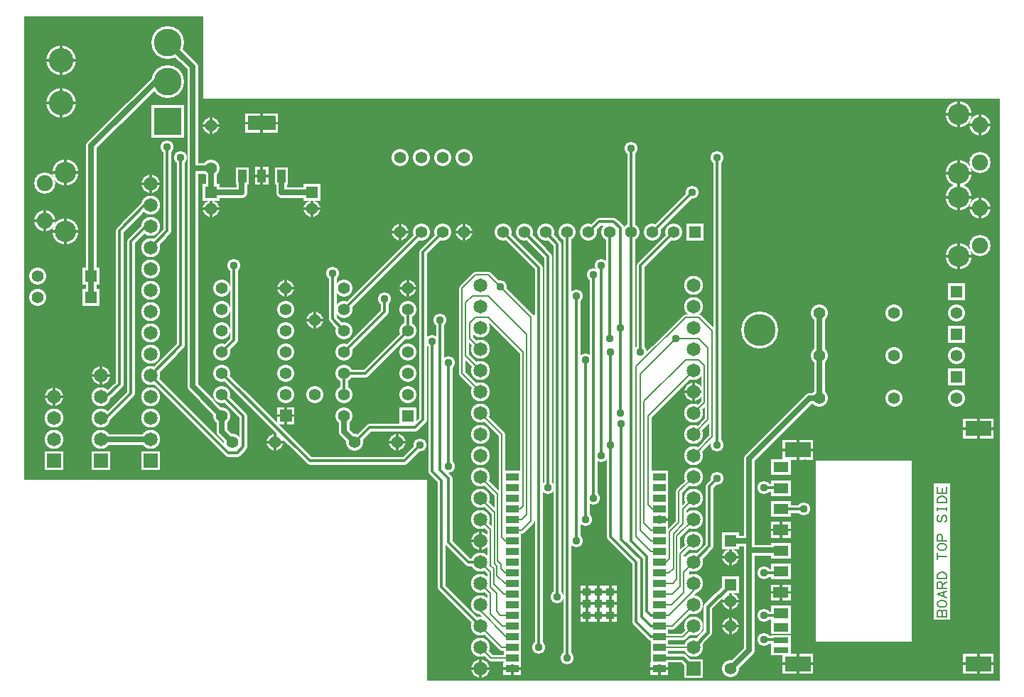
<source format=gtl>
G04*
G04 Format:               Gerber RS-274X*
G04 Export Settings:      OSH Park*
G04 Layer:                TopCopper*
G04 This File Name:       576NUC_FujiNet_V1.6.gtl*
G04 Source File Name:     576NUC_FujiNet_V1.6.rrb*
G04 Unique ID:            d1145678-c053-40f8-9390-8959fa1d921f*
G04 Generated Date:       Saturday, 09 October 2021 17:44:57*
G04*
G04 Created Using:        Robot Room Copper Connection v3.0.5875*
G04 Software Contact:     http://www.robotroom.com/CopperConnection/Support.aspx*
G04 License Number:       2194*
G04*
G04 Zero Suppression:     Leading*
G04 Number Precision:     2.4*
G04*
%FSLAX24Y24*%
%MOIN*%
%LNTopCopper*%
%ADD10C,.007*%
%ADD11C,.012*%
%ADD12C,.015*%
%ADD13C,.02*%
%ADD14C,.025*%
%ADD15C,.031*%
%ADD16C,.036*%
%ADD17C,.037*%
%ADD18C,.039*%
%ADD19C,.044*%
%ADD20C,.049*%
%ADD21C,.056*%
%ADD22C,.061*%
%ADD23C,.063*%
%ADD24C,.065*%
%ADD25C,.075*%
%ADD26C,.08*%
%ADD27C,.084*%
%ADD28C,.089*%
%ADD29C,.099*%
%ADD30C,.1*%
%ADD31C,.115*%
%ADD32C,.13*%
%ADD33C,.15*%
%ADD34C,.154*%
%ADD35C,.174*%
%ADD36R,.006X.006*%
%ADD37R,.012X.012*%
%ADD38R,.056X.056*%
%ADD39R,.065X.065*%
%ADD40R,.08X.08*%
%ADD41R,.089X.089*%
%ADD42R,.13X.13*%
%ADD43R,.154X.154*%
%ADD44R,.035X.035*%
%ADD45R,.04X.06*%
%ADD46R,.059X.035*%
%ADD47R,.064X.084*%
%ADD48R,.07X.027*%
%ADD49R,.07X.04*%
%ADD50R,.07X.05*%
%ADD51R,.083X.059*%
%ADD52R,.094X.051*%
%ADD53R,.094X.064*%
%ADD54R,.094X.074*%
%ADD55R,.12X.07*%
%ADD56R,.13X.065*%
%AMTHERMAL*7,0,0,$1,$1-$2-$2,$2,0*%
%ADD57THERMAL,.08X.012*%
%ADD58THERMAL,.089X.012*%
%ADD59THERMAL,.099X.012*%
%ADD60THERMAL,.124X.012*%
%ADD61THERMAL,.139X.012*%
G36*
G01X120Y31290D02*
X8500D01*
Y27410D01*
X45880D01*
Y100D01*
X19000D01*
Y9530D01*
X120D01*
Y31290D01*
G37*
%LPC*%
G36*
X29000Y15530D02*
Y15030D01*
X28810Y14850D01*
X28560D01*
Y15530D01*
X29000D01*
G37*
G36*
X37250Y10410D02*
X41750D01*
Y1910D01*
X37250D01*
Y10410D01*
G37*
G36*
X19250Y16060D02*
X19600D01*
Y9960D01*
X19400Y9760D01*
X19200Y9910D01*
X19250Y16060D01*
G37*
G36*
X20000Y15060D02*
X19600D01*
X19650Y9960D01*
X20000Y10160D01*
Y15060D01*
G37*
G36*
X22300Y6810D02*
X22700D01*
Y1710D01*
X22500D01*
X21850Y2360D01*
Y3010D01*
X21650Y3210D01*
X21950Y3710D01*
Y6810D01*
X22300D01*
G37*
G36*
X30120Y5910D02*
X31310D01*
Y3470D01*
X30500Y2660D01*
X30120D01*
Y5910D01*
G37*
G36*
X23250Y8160D02*
X23900D01*
Y7560D01*
X23450Y7160D01*
X23250D01*
Y8160D01*
G37*
G36*
X21250Y19110D02*
X20600Y18560D01*
X20650Y16910D01*
X22200Y16860D01*
X23500Y15560D01*
X23900D01*
Y17160D01*
X22450Y18610D01*
X21900Y19110D01*
X21250D01*
G37*
G36*
X23880Y17160D02*
X24250Y17410D01*
Y7600D01*
X23880D01*
Y17160D01*
G37*
G36*
X25560Y18160D02*
X26000D01*
Y15160D01*
X26400D01*
X26440Y7660D01*
X26000D01*
Y6660D01*
X25560D01*
Y18160D01*
G37*
G36*
X27190Y19600D02*
X27560D01*
Y21160D01*
X28560D01*
Y6660D01*
X27620Y6850D01*
Y10660D01*
X26810D01*
Y8660D01*
X26440D01*
Y10660D01*
Y15160D01*
X26810D01*
Y19160D01*
X27190Y19600D01*
G37*
G36*
X29000Y8360D02*
X29600D01*
Y5860D01*
X29300D01*
X28550Y6660D01*
Y8360D01*
X29000D01*
G37*
G36*
X29310Y3350D02*
X29620D01*
Y2160D01*
X29500D01*
X29310Y2350D01*
Y3350D01*
G37*
G36*
X32350Y16560D02*
X31750Y17160D01*
X31120D01*
X28810Y14850D01*
Y12530D01*
X29380D01*
X31500Y14660D01*
X32350Y14710D01*
Y16560D01*
G37*
D57*
X12380Y18530D03*
X18120D03*
X33250Y2660D03*
X8880Y22240D03*
X13620D03*
X17620Y11290D03*
X11880D03*
X8880Y26160D03*
X17750Y21160D03*
X20750D03*
X33250Y5870D03*
X13750Y17030D03*
X33250Y3810D03*
D58*
X6030Y23430D03*
X31500Y13660D03*
X21500Y660D03*
Y6660D03*
X3700Y14410D03*
X1500Y13410D03*
D59*
X1070Y21700D03*
X44930Y26170D03*
Y22270D03*
D60*
X2050Y23960D03*
Y21200D03*
X43950Y23910D03*
Y26670D03*
Y20010D03*
Y22770D03*
D61*
X1850Y29210D03*
Y27210D03*
D15*
X31500Y1660D02*
X29900D01*
X31500Y2660D02*
X31000Y2160D01*
X31500Y3660D02*
X30500Y2660D01*
X31000Y2160D02*
X29900D01*
X31500Y4660D02*
Y4310D01*
X30500Y2660D02*
X29900D01*
X30350Y3160D02*
X31500Y4310D01*
X30350Y3160D02*
X29900D01*
X31500Y5660D02*
X31040Y5200D01*
X31500Y6660D02*
X30880Y6040D01*
X31040Y5200D02*
Y4220D01*
X29900Y4160D02*
X30500D01*
X31040Y4220D02*
X30470Y3660D01*
X30880Y6040D02*
Y4530D01*
X30470Y3660D02*
X29900D01*
X31500Y7660D02*
X30720Y6880D01*
X30880Y4530D02*
X30500Y4160D01*
X30720Y6880D02*
Y4840D01*
X31500Y8660D02*
X31000Y8160D01*
X30720Y4840D02*
X30540Y4660D01*
X29900D01*
X31500Y9660D02*
X30810Y8970D01*
X31000Y8160D02*
Y7440D01*
X30560Y5350D02*
X30350Y5160D01*
X30810Y8970D02*
Y7530D01*
X30350Y5160D02*
X29900D01*
X31500Y12660D02*
X32000Y13160D01*
X30380Y5810D02*
X30220Y5660D01*
X29900D01*
X31500Y11660D02*
X32190Y12350D01*
X32000Y13160D02*
Y14900D01*
X31740Y15160D01*
X31130D01*
X31500Y10660D02*
X32380Y11540D01*
X32190Y12350D02*
Y15720D01*
X31750Y16160D01*
X30690D01*
X32380Y11540D02*
Y16530D01*
X31500Y14660D02*
X29380Y12530D01*
X32380Y16530D02*
X31750Y17160D01*
X31130D01*
Y15160D02*
X29190Y13220D01*
X29380Y12530D02*
Y8350D01*
X29570Y8160D01*
X29190Y13220D02*
Y7470D01*
X29570Y8160D02*
X29900D01*
X30690Y16160D02*
X29000Y14470D01*
X29190Y7470D02*
X29500Y7160D01*
X29900D01*
X29000Y14470D02*
Y7160D01*
X31130Y17160D02*
X28820Y14840D01*
X29000Y7160D02*
X29500Y6660D01*
X29900D01*
X28820Y14840D02*
Y6840D01*
X21500Y1660D02*
X22000Y1160D01*
X28820Y6840D02*
X29500Y6160D01*
X29900D01*
X21500Y2660D02*
X22500Y1660D01*
X22000Y1160D02*
X23000D01*
X21500Y3660D02*
Y3380D01*
X22500Y1660D02*
X23000D01*
X21500Y3380D02*
X22720Y2160D01*
X21500Y4660D02*
X21970Y4190D01*
X22720Y2160D02*
X23000D01*
X21500Y5660D02*
X21970Y5190D01*
Y4190D02*
Y3230D01*
X22540Y2660D01*
X23000D01*
X21970Y5190D02*
Y4470D01*
X22260Y3340D02*
X22440Y3160D01*
X21500Y7660D02*
X21970Y7190D01*
X22440Y3160D02*
X23000D01*
X21500Y8660D02*
X22160Y8000D01*
X21970Y7190D02*
Y5500D01*
X22260Y3340D02*
Y4180D01*
X21970Y5500D02*
X22130Y5340D01*
X22160Y8000D02*
Y5570D01*
X22130Y5340D02*
Y4630D01*
X22600Y4160D01*
X23000D01*
X22160Y5570D02*
X22290Y5440D01*
X22260Y4180D02*
X21970Y4470D01*
X22290Y5440D02*
Y5030D01*
X22660Y4660D01*
X23000D01*
Y5160D02*
X22660D01*
X23000Y6660D02*
X22660D01*
Y5160D02*
X22470Y5350D01*
Y5560D01*
X21500Y15660D02*
X21000Y16160D01*
X22470Y5560D02*
X22320Y5710D01*
X22660Y6660D02*
X22500Y6820D01*
X22320Y5710D02*
Y8840D01*
X21500Y9660D01*
X22500Y6820D02*
Y11660D01*
X21000Y16160D02*
Y16900D01*
X22500Y11660D02*
X21500Y12660D01*
Y14660D02*
X20820Y15340D01*
X21000Y16900D02*
X21260Y17160D01*
X21880D01*
X20820Y15340D02*
Y17840D01*
X21500Y13660D02*
X20630Y14530D01*
X20820Y17840D02*
X21130Y18160D01*
X21880D01*
X20630Y14530D02*
Y18530D01*
X23000Y8160D02*
X23380D01*
X20630Y18530D02*
X21260Y19160D01*
X21880D01*
X23000Y7660D02*
X23440D01*
X23380Y8160D02*
X23500Y8280D01*
Y15530D01*
X23000Y7160D02*
X23440D01*
X23500Y15530D02*
X21880Y17160D01*
X23440Y7660D02*
X23690Y7900D01*
Y16340D01*
X21880Y18160D01*
X23440Y7160D02*
X23880Y7590D01*
Y17160D01*
X22440Y18600D01*
X21880Y19160D01*
X30560Y5350D02*
Y7000D01*
X31000Y7440D01*
X30380Y5810D02*
Y7100D01*
X30810Y7530D01*
G36*
X42786Y9347D02*
X43535D01*
Y2946D01*
X42786D01*
Y9347D01*
G37*
D16*
X3700Y13410D02*
X3940D01*
X3700Y12410D02*
X3940D01*
X6030Y22430D02*
X5750Y22410D01*
X6030Y21430D02*
X5750Y21350D01*
X28060Y12660D02*
Y16660D01*
X5120Y20720D02*
X5750Y21350D01*
X4560Y21220D02*
X5750Y22410D01*
X5120Y20720D02*
Y13600D01*
X28060Y21350D02*
Y16660D01*
X22560Y21160D02*
X24250Y19470D01*
Y1660D01*
X27620Y11160D02*
Y15530D01*
X4560Y14030D02*
X3940Y13410D01*
X5120Y13600D02*
X3940Y12410D01*
X18120Y17530D02*
Y16530D01*
X16120Y14530D01*
X15120D01*
Y13530D01*
X28560Y6660D02*
Y21160D01*
X6030Y14430D02*
X7440Y15850D01*
Y24660D01*
X6030Y20430D02*
X6810Y21210D01*
X14560Y19220D02*
Y17100D01*
X6810Y21210D02*
Y25160D01*
X15620Y11290D02*
X16300Y11970D01*
X18430D01*
X18810Y12350D01*
X18750Y21160D02*
X15120Y17530D01*
X18810Y12350D02*
Y20220D01*
X35600Y3250D02*
X35310Y3160D01*
X34810D02*
X35310D01*
X35600Y5210D02*
X35310Y5160D01*
X34810D01*
X35600Y9130D02*
X35310Y9160D01*
X34810D01*
X35600Y8150D02*
X35880Y8160D01*
X36690D01*
X29560Y21160D02*
X31440Y23030D01*
X27560Y16160D02*
Y21160D01*
X24690Y9160D02*
Y20030D01*
X4560Y21220D02*
Y14030D01*
X23560Y21160D02*
X24690Y20030D01*
X24560Y21160D02*
X25120Y20600D01*
Y4030D01*
X29900Y3160D02*
X29500D01*
X25560Y21160D02*
Y1160D01*
X28560Y25100D02*
Y21160D01*
Y6660D02*
X29310Y5910D01*
X19750Y21160D02*
X18810Y20220D01*
X29310Y5910D02*
Y3350D01*
X21500Y2660D02*
X19690Y4470D01*
X29310Y3350D02*
X29500Y3160D01*
X19690Y4470D02*
Y9470D01*
X9380Y15530D02*
X9940Y16100D01*
X19620Y17030D02*
Y9970D01*
X20000Y9590D02*
Y6600D01*
X9940Y16100D02*
Y19600D01*
X27190D02*
Y10660D01*
X20000Y10160D02*
Y15030D01*
X26820Y19160D02*
Y8660D01*
X15120Y15530D02*
X17000Y17410D01*
X26440Y15160D02*
Y7660D01*
X26000Y18160D02*
Y6660D01*
X32620Y24660D02*
Y11160D01*
X32250Y6410D02*
X31500Y5660D01*
X32250Y6410D02*
Y9230D01*
X28120Y12160D02*
Y6720D01*
X29060Y5790D01*
X27620Y6850D02*
X28810Y5660D01*
X29060Y5790D02*
Y3100D01*
X9380Y14530D02*
X13500Y10410D01*
X29060Y3100D02*
X29500Y2660D01*
X10100Y10790D02*
X9670D01*
X29500Y2660D02*
X29900D01*
X26560Y21160D02*
X27060Y21660D01*
X13500Y10410D02*
X17940D01*
X18690Y11160D01*
X28810Y5660D02*
Y2850D01*
X27620Y11160D02*
Y6850D01*
X28810Y2850D02*
X29500Y2160D01*
X29900D01*
X27060Y21660D02*
X27750D01*
X28060Y21350D01*
X15120Y16530D02*
X14560Y17100D01*
X17000Y18030D02*
Y17410D01*
X32620Y9600D02*
X32250Y9230D01*
X20000Y9590D02*
X19620Y9970D01*
X21500Y5660D02*
X20940D01*
X19250Y16030D02*
Y9910D01*
X19690Y9470D01*
X20000Y6600D02*
X20940Y5660D01*
X34810Y2030D02*
X35310D01*
X9380Y13530D02*
X10380Y12530D01*
X6030Y14430D02*
X9670Y10790D01*
X10380Y12530D02*
Y11070D01*
X10100Y10790D02*
X10380Y11070D01*
X29000Y15530D02*
Y19600D01*
X30560Y21160D01*
X35310Y2030D02*
X35600Y2000D01*
D18*
X31500Y660D02*
X31000Y1160D01*
X29900D01*
X35600Y6190D02*
X35380Y6220D01*
X31500Y1660D02*
X32190Y2350D01*
Y3540D01*
X33250Y4600D01*
D19*
X6850Y28210D02*
X6300Y28260D01*
D20*
X12190Y23030D02*
Y23530D01*
X10340Y23790D02*
X10310Y23530D01*
X6030Y11430D02*
X5750Y11410D01*
X34120Y6220D02*
Y6660D01*
Y10530D02*
Y6660D01*
X8880Y24160D02*
Y23030D01*
X10310D01*
X6850Y30060D02*
X8000Y28910D01*
X10310Y23030D02*
Y23530D01*
X9880Y11290D02*
X9380Y11790D01*
X3700Y11410D02*
X5750D01*
X8000Y28910D02*
Y24160D01*
X3250Y18100D02*
Y19100D01*
Y25220D01*
X6300Y28260D01*
X8000Y24160D02*
X8880D01*
X8000D02*
Y13910D01*
X9380Y11790D02*
Y12530D01*
X8000Y13910D02*
X9380Y12530D01*
X12160Y23790D02*
X12190Y23530D01*
Y23030D02*
X13620D01*
X33250Y660D02*
X34120Y1530D01*
Y6220D02*
X35380D01*
X34120Y1530D02*
Y6220D01*
X37400Y17360D02*
Y15360D01*
X34120Y10530D02*
X36950Y13360D01*
X37400Y15360D02*
Y13360D01*
X15620Y11290D02*
X15120Y11790D01*
Y12530D01*
X37400Y13360D02*
X36950D01*
X33250Y6660D02*
X34120D01*
D22*
X28060Y16660D03*
X24690Y9160D03*
X28060Y12660D03*
X34810Y2030D03*
X30690Y16160D03*
X24250Y1660D03*
X27620Y15530D03*
X7440Y24660D03*
X14560Y19220D03*
X6810Y25160D03*
X34810Y3160D03*
Y5160D03*
Y9160D03*
X36690Y8160D03*
X22440Y18600D03*
X31440Y23030D03*
X27560Y16160D03*
X25120Y4030D03*
X25560Y1160D03*
X28560Y25100D03*
X19250Y16030D03*
X19620Y17030D03*
X9940Y19600D03*
X27190D03*
Y10660D03*
X32620Y11160D03*
X20000Y10160D03*
X17000Y18030D03*
X20000Y15030D03*
X26820Y19160D03*
Y8660D03*
X26440Y15160D03*
X32620Y24660D03*
X26440Y7660D03*
X26000Y18160D03*
Y6660D03*
X28120Y12160D03*
X18690Y11160D03*
X27620D03*
X32620Y9600D03*
X29000Y15530D03*
D26*
X15620Y11290D03*
X43850Y13360D03*
Y15360D03*
X12380Y13530D03*
X43850Y17360D03*
X12380Y14530D03*
Y15530D03*
Y16530D03*
Y17530D03*
X9380Y18530D03*
Y17530D03*
Y16530D03*
Y15530D03*
Y14530D03*
Y13530D03*
Y12530D03*
X18120Y13530D03*
Y14530D03*
Y15530D03*
Y16530D03*
Y17530D03*
X15120Y18530D03*
Y17530D03*
Y16530D03*
Y15530D03*
Y14530D03*
Y13530D03*
Y12530D03*
X750Y18100D03*
X33250Y660D03*
X750Y19100D03*
X9880Y11290D03*
X8880Y24160D03*
X18750Y24660D03*
X17750D03*
X18750Y21160D03*
X19750D03*
Y24660D03*
X20750D03*
X40900Y17360D03*
X37400D03*
X40900Y15360D03*
X37400D03*
X40900Y13360D03*
X37400D03*
X30560Y21160D03*
X13750Y13530D03*
X29560Y21160D03*
X28560D03*
X27560D03*
X26560D03*
X25560D03*
X24560D03*
X23560D03*
X22560D03*
D28*
X31500Y6660D03*
Y5660D03*
Y4660D03*
Y3660D03*
Y2660D03*
X3700Y11410D03*
X6030Y16430D03*
Y15430D03*
Y14430D03*
Y13430D03*
Y12430D03*
Y11430D03*
Y17430D03*
Y18430D03*
Y19430D03*
Y20430D03*
Y21430D03*
Y22430D03*
X31500Y1660D03*
Y7660D03*
Y8660D03*
Y9660D03*
Y10660D03*
Y11660D03*
Y12660D03*
Y14660D03*
Y15660D03*
Y16660D03*
Y17660D03*
Y18660D03*
X21500Y1660D03*
Y2660D03*
Y3660D03*
Y4660D03*
Y5660D03*
Y7660D03*
Y8660D03*
Y9660D03*
Y10660D03*
Y11660D03*
Y12660D03*
Y13660D03*
Y14660D03*
X3700Y12410D03*
Y13410D03*
X21500Y15660D03*
Y16660D03*
Y17660D03*
Y18660D03*
X1500Y11410D03*
Y12410D03*
D29*
X1070Y23460D03*
X44930Y24410D03*
Y20510D03*
D34*
X6850Y30060D03*
Y28210D03*
D35*
X34600Y16560D03*
D40*
X31560Y21160D03*
X43850Y14360D03*
D37*
X12040Y12650D02*
Y12870D01*
X12260D01*
X12500D02*
X12720D01*
Y12650D01*
Y12410D02*
Y12190D01*
X12500D01*
X12260D02*
X12040D01*
Y12410D01*
D40*
X43850Y16360D03*
Y18360D03*
X18120Y12530D03*
X3250Y18100D03*
X8880Y23030D03*
X3250Y19100D03*
X13620Y23030D03*
X33250Y6660D03*
Y4600D03*
D41*
X3700Y10410D03*
X6030Y10430D03*
X31500Y660D03*
X1500Y10410D03*
D43*
X6850Y26360D03*
D37*
X26815Y3830D02*
Y3945D01*
X26930D01*
X27170D02*
X27285D01*
Y3830D01*
Y3590D02*
Y3475D01*
X27170D01*
X26930D02*
X26815D01*
Y3590D01*
Y3280D02*
Y3395D01*
X26930D01*
X27170D02*
X27285D01*
Y3280D01*
Y3040D02*
Y2925D01*
X27170D01*
X26930D02*
X26815D01*
Y3040D01*
Y4380D02*
Y4495D01*
X26930D01*
X27170D02*
X27285D01*
Y4380D01*
Y4140D02*
Y4025D01*
X27170D01*
X26930D02*
X26815D01*
Y4140D01*
X26265Y3830D02*
Y3945D01*
X26380D01*
X26620D02*
X26735D01*
Y3830D01*
Y3590D02*
Y3475D01*
X26620D01*
X26380D02*
X26265D01*
Y3590D01*
Y3280D02*
Y3395D01*
X26380D01*
X26620D02*
X26735D01*
Y3280D01*
Y3040D02*
Y2925D01*
X26620D01*
X26380D02*
X26265D01*
Y3040D01*
Y4380D02*
Y4495D01*
X26380D01*
X26620D02*
X26735D01*
Y4380D01*
Y4140D02*
Y4025D01*
X26620D01*
X26380D02*
X26265D01*
Y4140D01*
X27365Y3830D02*
Y3945D01*
X27480D01*
X27720D02*
X27835D01*
Y3830D01*
Y3590D02*
Y3475D01*
X27720D01*
X27480D02*
X27365D01*
Y3590D01*
Y3280D02*
Y3395D01*
X27480D01*
X27720D02*
X27835D01*
Y3280D01*
Y3040D02*
Y2925D01*
X27720D01*
X27480D02*
X27365D01*
Y3040D01*
Y4380D02*
Y4495D01*
X27480D01*
X27720D02*
X27835D01*
Y4380D01*
Y4140D02*
Y4025D01*
X27720D01*
X27480D02*
X27365D01*
Y4140D01*
X10990Y23910D02*
Y24150D01*
X11130D01*
X11370D02*
X11510D01*
Y23910D01*
Y23670D02*
Y23430D01*
X11370D01*
X11130D02*
X10990D01*
Y23670D01*
D47*
X12160Y23790D03*
X10340D03*
D37*
X22645Y780D02*
Y895D01*
X22880D01*
X23120D02*
X23355D01*
Y780D01*
Y540D02*
Y425D01*
X23120D01*
X22880D02*
X22645D01*
Y540D01*
D51*
X23000Y1160D03*
Y1660D03*
Y2160D03*
Y2660D03*
Y3160D03*
Y3660D03*
Y4160D03*
Y4660D03*
Y5160D03*
Y5660D03*
Y6160D03*
Y6660D03*
Y7160D03*
Y7660D03*
Y8160D03*
Y8660D03*
Y9160D03*
Y9660D03*
D37*
X29545Y780D02*
Y895D01*
X29780D01*
X30020D02*
X30255D01*
Y780D01*
Y540D02*
Y425D01*
X30020D01*
X29780D02*
X29545D01*
Y540D01*
D51*
X29900Y1160D03*
Y1660D03*
Y2160D03*
Y2660D03*
Y3160D03*
Y3660D03*
Y4160D03*
Y4660D03*
Y5160D03*
Y5660D03*
Y6160D03*
Y6660D03*
Y7160D03*
D37*
X29545Y7780D02*
Y7895D01*
X29780D01*
X30020D02*
X30255D01*
Y7780D01*
Y7540D02*
Y7425D01*
X30020D01*
X29780D02*
X29545D01*
Y7540D01*
D51*
X29900Y8160D03*
Y8660D03*
Y9160D03*
Y9660D03*
D52*
X35600Y2000D03*
Y1520D03*
D53*
X35600Y2570D03*
D54*
X35600Y3250D03*
D37*
X35190Y4350D02*
Y4540D01*
X35480D01*
X35720D02*
X36010D01*
Y4350D01*
Y4110D02*
Y3920D01*
X35720D01*
X35480D02*
X35190D01*
Y4110D01*
D54*
X35600Y5210D03*
Y6190D03*
D37*
X35190Y7290D02*
Y7480D01*
X35480D01*
X35720D02*
X36010D01*
Y7290D01*
Y7050D02*
Y6860D01*
X35720D01*
X35480D02*
X35190D01*
Y7050D01*
D54*
X35600Y8150D03*
Y9130D03*
Y10110D03*
D37*
X44210Y12040D02*
Y12330D01*
X44750D01*
X44990D02*
X45530D01*
Y12040D01*
Y11800D02*
Y11510D01*
X44990D01*
X44750D02*
X44210D01*
Y11800D01*
Y1000D02*
Y1290D01*
X44750D01*
X44990D02*
X45530D01*
Y1000D01*
Y760D02*
Y470D01*
X44990D01*
X44750D02*
X44210D01*
Y760D01*
X35740Y11040D02*
Y11330D01*
X36280D01*
X36520D02*
X37060D01*
Y11040D01*
Y10800D02*
Y10510D01*
X36520D01*
X36280D02*
X35740D01*
Y10800D01*
Y1000D02*
Y1290D01*
X36280D01*
X36520D02*
X37060D01*
Y1000D01*
Y760D02*
Y470D01*
X36520D01*
X36280D02*
X35740D01*
Y760D01*
X10540Y26390D02*
Y26655D01*
X11130D01*
X11370D02*
X11960D01*
Y26390D01*
Y26150D02*
Y25885D01*
X11370D01*
X11130D02*
X10540D01*
Y26150D01*
%LPD*%
D10*
X31500Y1660D02*
X29900D01*
X31500Y2660D02*
X31000Y2160D01*
X31500Y3660D02*
X30500Y2660D01*
X31000Y2160D02*
X29900D01*
X31500Y4660D02*
Y4310D01*
X30500Y2660D02*
X29900D01*
X30350Y3160D02*
X31500Y4310D01*
X30350Y3160D02*
X29900D01*
X31500Y5660D02*
X31040Y5200D01*
X31500Y6660D02*
X30880Y6040D01*
X31040Y5200D02*
Y4220D01*
X29900Y4160D02*
X30500D01*
X31040Y4220D02*
X30470Y3660D01*
X30880Y6040D02*
Y4530D01*
X30470Y3660D02*
X29900D01*
X31500Y7660D02*
X30720Y6880D01*
X30880Y4530D02*
X30500Y4160D01*
X30720Y6880D02*
Y4840D01*
X31500Y8660D02*
X31000Y8160D01*
X30720Y4840D02*
X30540Y4660D01*
X29900D01*
X31500Y9660D02*
X30810Y8970D01*
X31000Y8160D02*
Y7440D01*
X30560Y5350D02*
X30350Y5160D01*
X30810Y8970D02*
Y7530D01*
X30350Y5160D02*
X29900D01*
X31500Y12660D02*
X32000Y13160D01*
X30380Y5810D02*
X30220Y5660D01*
X29900D01*
X31500Y11660D02*
X32190Y12350D01*
X32000Y13160D02*
Y14900D01*
X31740Y15160D01*
X31130D01*
X31500Y10660D02*
X32380Y11540D01*
X32190Y12350D02*
Y15720D01*
X31750Y16160D01*
X30690D01*
X32380Y11540D02*
Y16530D01*
X31500Y14660D02*
X29380Y12530D01*
X32380Y16530D02*
X31750Y17160D01*
X31130D01*
Y15160D02*
X29190Y13220D01*
X29380Y12530D02*
Y8350D01*
X29570Y8160D01*
X29190Y13220D02*
Y7470D01*
X29570Y8160D02*
X29900D01*
X30690Y16160D02*
X29000Y14470D01*
X29190Y7470D02*
X29500Y7160D01*
X29900D01*
X29000Y14470D02*
Y7160D01*
X31130Y17160D02*
X28820Y14840D01*
X29000Y7160D02*
X29500Y6660D01*
X29900D01*
X28820Y14840D02*
Y6840D01*
X21500Y1660D02*
X22000Y1160D01*
X28820Y6840D02*
X29500Y6160D01*
X29900D01*
X21500Y2660D02*
X22500Y1660D01*
X22000Y1160D02*
X23000D01*
X21500Y3660D02*
Y3380D01*
X22500Y1660D02*
X23000D01*
X21500Y3380D02*
X22720Y2160D01*
X21500Y4660D02*
X21970Y4190D01*
X22720Y2160D02*
X23000D01*
X21500Y5660D02*
X21970Y5190D01*
Y4190D02*
Y3230D01*
X22540Y2660D01*
X23000D01*
X21970Y5190D02*
Y4470D01*
X22260Y3340D02*
X22440Y3160D01*
X21500Y7660D02*
X21970Y7190D01*
X22440Y3160D02*
X23000D01*
X21500Y8660D02*
X22160Y8000D01*
X21970Y7190D02*
Y5500D01*
X22260Y3340D02*
Y4180D01*
X21970Y5500D02*
X22130Y5340D01*
X22160Y8000D02*
Y5570D01*
X22130Y5340D02*
Y4630D01*
X22600Y4160D01*
X23000D01*
X22160Y5570D02*
X22290Y5440D01*
X22260Y4180D02*
X21970Y4470D01*
X22290Y5440D02*
Y5030D01*
X22660Y4660D01*
X23000D01*
Y5160D02*
X22660D01*
X23000Y6660D02*
X22660D01*
Y5160D02*
X22470Y5350D01*
Y5560D01*
X21500Y15660D02*
X21000Y16160D01*
X22470Y5560D02*
X22320Y5710D01*
X22660Y6660D02*
X22500Y6820D01*
X22320Y5710D02*
Y8840D01*
X21500Y9660D01*
X22500Y6820D02*
Y11660D01*
X21000Y16160D02*
Y16900D01*
X22500Y11660D02*
X21500Y12660D01*
Y14660D02*
X20820Y15340D01*
X21000Y16900D02*
X21260Y17160D01*
X21880D01*
X20820Y15340D02*
Y17840D01*
X21500Y13660D02*
X20630Y14530D01*
X20820Y17840D02*
X21130Y18160D01*
X21880D01*
X20630Y14530D02*
Y18530D01*
X23000Y8160D02*
X23380D01*
X20630Y18530D02*
X21260Y19160D01*
X21880D01*
X23000Y7660D02*
X23440D01*
X23380Y8160D02*
X23500Y8280D01*
Y15530D01*
X23000Y7160D02*
X23440D01*
X23500Y15530D02*
X21880Y17160D01*
X23440Y7660D02*
X23690Y7900D01*
Y16340D01*
X21880Y18160D01*
X23440Y7160D02*
X23880Y7590D01*
Y17160D01*
X22440Y18600D01*
X21880Y19160D01*
X30560Y5350D02*
Y7000D01*
X31000Y7440D01*
X30380Y5810D02*
Y7100D01*
X30810Y7530D01*
X43384Y3098D02*
X42938D01*
Y3321D01*
Y3330D01*
X42941Y3340D01*
X42946Y3349D01*
X42952Y3357D01*
X42960Y3365D01*
X42969Y3373D01*
X42980Y3379D01*
X42992Y3385D01*
X43005Y3389D01*
X43018Y3392D01*
X43032Y3394D01*
X43049Y3395D01*
X43063Y3394D01*
X43078Y3393D01*
X43091Y3389D01*
X43104Y3385D01*
X43116Y3380D01*
X43127Y3374D01*
X43137Y3367D01*
X43145Y3359D01*
X43151Y3350D01*
X43156Y3341D01*
X43159Y3332D01*
X43161Y3321D01*
Y3098D01*
Y3321D02*
X43162Y3330D01*
X43164Y3340D01*
X43169Y3349D01*
X43175Y3357D01*
X43183Y3365D01*
X43193Y3373D01*
X43203Y3379D01*
X43215Y3385D01*
X43228Y3389D01*
X43242Y3392D01*
X43256Y3394D01*
X43272Y3395D01*
X43287Y3394D01*
X43301Y3393D01*
X43314Y3389D01*
X43327Y3385D01*
X43339Y3380D01*
X43350Y3374D01*
X43360Y3367D01*
X43368Y3359D01*
X43375Y3350D01*
X43379Y3341D01*
X43383Y3332D01*
X43384Y3321D01*
Y3098D01*
X43235Y3841D02*
G74*
G02X43384Y3693I0J149D01*
X43235Y3544I149J0D01*
G01X43086D01*
G02X42938Y3693I0J149D01*
X43086Y3841I149J0D01*
G01X43235D01*
X43384Y3990D02*
X42938Y4139D01*
X43384Y4287D01*
X43235Y4046D02*
Y4232D01*
X43384Y4436D02*
X42938D01*
Y4659D01*
Y4669D01*
X42941Y4678D01*
X42946Y4687D01*
X42952Y4696D01*
X42960Y4704D01*
X42969Y4711D01*
X42980Y4718D01*
X42992Y4723D01*
X43005Y4728D01*
X43018Y4731D01*
X43032Y4733D01*
X43049Y4734D01*
X43063Y4733D01*
X43078Y4731D01*
X43091Y4728D01*
X43104Y4724D01*
X43116Y4719D01*
X43127Y4712D01*
X43137Y4705D01*
X43145Y4697D01*
X43151Y4689D01*
X43156Y4680D01*
X43159Y4670D01*
X43161Y4659D01*
Y4436D01*
Y4585D02*
X43384Y4734D01*
X42938Y4882D02*
Y4994D01*
Y5007D01*
X42940Y5019D01*
X42942Y5031D01*
X42946Y5044D01*
X42950Y5056D01*
X42955Y5067D01*
X42962Y5079D01*
X42969Y5090D01*
X42977Y5100D01*
X42986Y5110D01*
X42996Y5120D01*
X43007Y5129D01*
X43018Y5137D01*
X43030Y5145D01*
X43042Y5152D01*
X43055Y5158D01*
X43069Y5163D01*
X43082Y5168D01*
X43097Y5172D01*
X43111Y5175D01*
X43126Y5178D01*
X43141Y5179D01*
X43161Y5180D01*
X43176D01*
X43191Y5178D01*
X43205Y5176D01*
X43220Y5173D01*
X43234Y5170D01*
X43248Y5165D01*
X43262Y5160D01*
X43275Y5154D01*
X43288Y5147D01*
X43300Y5139D01*
X43311Y5131D01*
X43322Y5122D01*
X43332Y5113D01*
X43341Y5103D01*
X43350Y5093D01*
X43357Y5082D01*
X43364Y5071D01*
X43370Y5059D01*
X43374Y5047D01*
X43378Y5035D01*
X43381Y5023D01*
X43383Y5010D01*
X43384Y4994D01*
Y4882D01*
X42938D01*
Y5775D02*
Y6072D01*
Y5924D02*
X43384D01*
X43235Y6519D02*
G02X43384Y6370I0J149D01*
X43235Y6221I149J0D01*
G01X43086D01*
G02X42938Y6370I0J149D01*
X43086Y6519I149J0D01*
G01X43235D01*
X43384Y6667D02*
X42938D01*
Y6891D01*
Y6900D01*
X42941Y6910D01*
X42946Y6919D01*
X42952Y6927D01*
X42960Y6935D01*
X42969Y6943D01*
X42980Y6949D01*
X42992Y6955D01*
X43005Y6959D01*
X43018Y6962D01*
X43032Y6964D01*
X43049Y6965D01*
X43063Y6964D01*
X43078Y6963D01*
X43091Y6959D01*
X43104Y6955D01*
X43116Y6950D01*
X43127Y6944D01*
X43137Y6937D01*
X43145Y6929D01*
X43151Y6920D01*
X43156Y6911D01*
X43159Y6902D01*
X43161Y6891D01*
Y6667D01*
X43172Y7772D02*
X43173Y7784D01*
X43176Y7796D01*
X43181Y7807D01*
X43188Y7818D01*
X43196Y7828D01*
X43206Y7836D01*
X43218Y7844D01*
X43230Y7850D01*
X43243Y7854D01*
X43257Y7857D01*
X43272D01*
X43283D01*
X43294Y7855D01*
X43305Y7851D01*
X43315Y7846D01*
X43325Y7840D01*
X43335Y7832D01*
X43343Y7823D01*
X43352Y7813D01*
X43359Y7802D01*
X43365Y7790D01*
X43371Y7778D01*
X43376Y7764D01*
X43379Y7750D01*
X43382Y7736D01*
X43384Y7709D01*
X43383Y7694D01*
X43382Y7680D01*
X43381Y7665D01*
X43378Y7652D01*
X43375Y7639D01*
X43371Y7626D01*
X43367Y7615D01*
X43362Y7604D01*
X43357Y7595D01*
X43351Y7587D01*
X43345Y7580D01*
X43338Y7575D01*
X43332Y7571D01*
X43325Y7568D01*
X43317Y7567D01*
X43172Y7772D02*
X43153Y7672D01*
X43152Y7657D01*
X43150Y7643D01*
X43145Y7629D01*
X43140Y7616D01*
X43132Y7604D01*
X43123Y7593D01*
X43113Y7584D01*
X43102Y7576D01*
X43090Y7569D01*
X43078Y7564D01*
X43065Y7561D01*
X43049Y7560D01*
X43038Y7561D01*
X43027Y7563D01*
X43016Y7567D01*
X43006Y7571D01*
X42996Y7578D01*
X42987Y7585D01*
X42978Y7594D01*
X42970Y7604D01*
X42962Y7615D01*
X42956Y7627D01*
X42950Y7640D01*
X42946Y7653D01*
X42942Y7667D01*
X42939Y7681D01*
X42938Y7709D01*
Y7723D01*
X42939Y7738D01*
X42941Y7752D01*
X42943Y7766D01*
X42946Y7779D01*
X42950Y7791D01*
X42954Y7803D01*
X42959Y7813D01*
X42965Y7822D01*
X42970Y7830D01*
X42977Y7837D01*
X42983Y7843D01*
X42990Y7847D01*
X42997Y7849D01*
X43004Y7850D01*
X42938Y8081D02*
Y8229D01*
Y8155D02*
X43384D01*
Y8081D02*
Y8229D01*
X42938Y8452D02*
Y8564D01*
Y8577D01*
X42940Y8589D01*
X42942Y8601D01*
X42946Y8614D01*
X42950Y8626D01*
X42955Y8637D01*
X42962Y8649D01*
X42969Y8660D01*
X42977Y8670D01*
X42986Y8680D01*
X42996Y8690D01*
X43007Y8699D01*
X43018Y8707D01*
X43030Y8715D01*
X43042Y8722D01*
X43055Y8728D01*
X43069Y8733D01*
X43082Y8738D01*
X43097Y8742D01*
X43111Y8745D01*
X43126Y8748D01*
X43141Y8749D01*
X43161Y8750D01*
X43176D01*
X43191Y8748D01*
X43205Y8746D01*
X43220Y8743D01*
X43234Y8740D01*
X43248Y8735D01*
X43262Y8730D01*
X43275Y8724D01*
X43288Y8717D01*
X43300Y8709D01*
X43311Y8701D01*
X43322Y8692D01*
X43332Y8683D01*
X43341Y8673D01*
X43350Y8663D01*
X43357Y8652D01*
X43364Y8641D01*
X43370Y8629D01*
X43374Y8617D01*
X43378Y8605D01*
X43381Y8593D01*
X43383Y8580D01*
X43384Y8564D01*
Y8452D01*
X42938D01*
Y9196D02*
Y8899D01*
X43384D01*
Y9196D01*
X43161Y8899D02*
Y9122D01*
D11*
X3700Y13410D02*
X3940D01*
X3700Y12410D02*
X3940D01*
X6030Y22430D02*
X5750Y22410D01*
X6030Y21430D02*
X5750Y21350D01*
X28060Y12660D02*
Y16660D01*
X5120Y20720D02*
X5750Y21350D01*
X4560Y21220D02*
X5750Y22410D01*
X5120Y20720D02*
Y13600D01*
X28060Y21350D02*
Y16660D01*
X22560Y21160D02*
X24250Y19470D01*
Y1660D01*
X27620Y11160D02*
Y15530D01*
X4560Y14030D02*
X3940Y13410D01*
X5120Y13600D02*
X3940Y12410D01*
X18120Y17530D02*
Y16530D01*
X16120Y14530D01*
X15120D01*
Y13530D01*
X28560Y6660D02*
Y21160D01*
X6030Y14430D02*
X7440Y15850D01*
Y24660D01*
X6030Y20430D02*
X6810Y21210D01*
X14560Y19220D02*
Y17100D01*
X6810Y21210D02*
Y25160D01*
X15620Y11290D02*
X16300Y11970D01*
X18430D01*
X18810Y12350D01*
X18750Y21160D02*
X15120Y17530D01*
X18810Y12350D02*
Y20220D01*
X35600Y3250D02*
X35310Y3160D01*
X34810D02*
X35310D01*
X35600Y5210D02*
X35310Y5160D01*
X34810D01*
X35600Y9130D02*
X35310Y9160D01*
X34810D01*
X35600Y8150D02*
X35880Y8160D01*
X36690D01*
X29560Y21160D02*
X31440Y23030D01*
X27560Y16160D02*
Y21160D01*
X24690Y9160D02*
Y20030D01*
X4560Y21220D02*
Y14030D01*
X23560Y21160D02*
X24690Y20030D01*
X24560Y21160D02*
X25120Y20600D01*
Y4030D01*
X29900Y3160D02*
X29500D01*
X25560Y21160D02*
Y1160D01*
X28560Y25100D02*
Y21160D01*
Y6660D02*
X29310Y5910D01*
X19750Y21160D02*
X18810Y20220D01*
X29310Y5910D02*
Y3350D01*
X21500Y2660D02*
X19690Y4470D01*
X29310Y3350D02*
X29500Y3160D01*
X19690Y4470D02*
Y9470D01*
X9380Y15530D02*
X9940Y16100D01*
X19620Y17030D02*
Y9970D01*
X20000Y9590D02*
Y6600D01*
X9940Y16100D02*
Y19600D01*
X27190D02*
Y10660D01*
X20000Y10160D02*
Y15030D01*
X26820Y19160D02*
Y8660D01*
X15120Y15530D02*
X17000Y17410D01*
X26440Y15160D02*
Y7660D01*
X26000Y18160D02*
Y6660D01*
X32620Y24660D02*
Y11160D01*
X32250Y6410D02*
X31500Y5660D01*
X32250Y6410D02*
Y9230D01*
X28120Y12160D02*
Y6720D01*
X29060Y5790D01*
X27620Y6850D02*
X28810Y5660D01*
X29060Y5790D02*
Y3100D01*
X9380Y14530D02*
X13500Y10410D01*
X29060Y3100D02*
X29500Y2660D01*
X10100Y10790D02*
X9670D01*
X29500Y2660D02*
X29900D01*
X26560Y21160D02*
X27060Y21660D01*
X13500Y10410D02*
X17940D01*
X18690Y11160D01*
X28810Y5660D02*
Y2850D01*
X27620Y11160D02*
Y6850D01*
X28810Y2850D02*
X29500Y2160D01*
X29900D01*
X27060Y21660D02*
X27750D01*
X28060Y21350D01*
X15120Y16530D02*
X14560Y17100D01*
X17000Y18030D02*
Y17410D01*
X32620Y9600D02*
X32250Y9230D01*
X20000Y9590D02*
X19620Y9970D01*
X21500Y5660D02*
X20940D01*
X19250Y16030D02*
Y9910D01*
X19690Y9470D01*
X20000Y6600D02*
X20940Y5660D01*
X34810Y2030D02*
X35310D01*
X9380Y13530D02*
X10380Y12530D01*
X6030Y14430D02*
X9670Y10790D01*
X10380Y12530D02*
Y11070D01*
X10100Y10790D02*
X10380Y11070D01*
X29000Y15530D02*
Y19600D01*
X30560Y21160D01*
X35310Y2030D02*
X35600Y2000D01*
D12*
X31500Y660D02*
X31000Y1160D01*
X29900D01*
X35600Y6190D02*
X35380Y6220D01*
X31500Y1660D02*
X32190Y2350D01*
Y3540D01*
X33250Y4600D01*
D13*
X6850Y28210D02*
X6300Y28260D01*
D14*
X12190Y23030D02*
Y23530D01*
X10340Y23790D02*
X10310Y23530D01*
X6030Y11430D02*
X5750Y11410D01*
X34120Y6220D02*
Y6660D01*
Y10530D02*
Y6660D01*
X8880Y24160D02*
Y23030D01*
X10310D01*
X6850Y30060D02*
X8000Y28910D01*
X10310Y23030D02*
Y23530D01*
X9880Y11290D02*
X9380Y11790D01*
X3700Y11410D02*
X5750D01*
X8000Y28910D02*
Y24160D01*
X3250Y18100D02*
Y19100D01*
Y25220D01*
X6300Y28260D01*
X8000Y24160D02*
X8880D01*
X8000D02*
Y13910D01*
X9380Y11790D02*
Y12530D01*
X8000Y13910D02*
X9380Y12530D01*
X12160Y23790D02*
X12190Y23530D01*
Y23030D02*
X13620D01*
X33250Y660D02*
X34120Y1530D01*
Y6220D02*
X35380D01*
X34120Y1530D02*
Y6220D01*
X37400Y17360D02*
Y15360D01*
X34120Y10530D02*
X36950Y13360D01*
X37400Y15360D02*
Y13360D01*
X15620Y11290D02*
X15120Y11790D01*
Y12530D01*
X37400Y13360D02*
X36950D01*
X33250Y6660D02*
X34120D01*
D17*
X28060Y16660D03*
X24690Y9160D03*
X28060Y12660D03*
X34810Y2030D03*
X30690Y16160D03*
X24250Y1660D03*
X27620Y15530D03*
X7440Y24660D03*
X14560Y19220D03*
X6810Y25160D03*
X34810Y3160D03*
Y5160D03*
Y9160D03*
X36690Y8160D03*
X22440Y18600D03*
X31440Y23030D03*
X27560Y16160D03*
X25120Y4030D03*
X25560Y1160D03*
X28560Y25100D03*
X19250Y16030D03*
X19620Y17030D03*
X9940Y19600D03*
X27190D03*
Y10660D03*
X32620Y11160D03*
X20000Y10160D03*
X17000Y18030D03*
X20000Y15030D03*
X26820Y19160D03*
Y8660D03*
X26440Y15160D03*
X32620Y24660D03*
X26440Y7660D03*
X26000Y18160D03*
Y6660D03*
X28120Y12160D03*
X18690Y11160D03*
X27620D03*
X32620Y9600D03*
X29000Y15530D03*
D21*
X15620Y11290D03*
X43850Y13360D03*
Y15360D03*
X12380Y13530D03*
X43850Y17360D03*
X12380Y14530D03*
Y15530D03*
Y16530D03*
Y17530D03*
Y18530D03*
X9380D03*
Y17530D03*
Y16530D03*
Y15530D03*
Y14530D03*
Y13530D03*
Y12530D03*
X18120Y13530D03*
Y14530D03*
Y15530D03*
Y16530D03*
Y17530D03*
Y18530D03*
X15120D03*
Y17530D03*
Y16530D03*
Y15530D03*
Y14530D03*
Y13530D03*
Y12530D03*
X750Y18100D03*
X33250Y660D03*
Y2660D03*
X8880Y22240D03*
X750Y19100D03*
X13620Y22240D03*
X17620Y11290D03*
X9880D03*
X11880D03*
X8880Y24160D03*
Y26160D03*
X18750Y24660D03*
X17750D03*
Y21160D03*
X18750D03*
X19750D03*
Y24660D03*
X20750D03*
Y21160D03*
X40900Y17360D03*
X37400D03*
X40900Y15360D03*
X37400D03*
X40900Y13360D03*
X37400D03*
X30560Y21160D03*
X33250Y5870D03*
X13750Y13530D03*
Y17030D03*
X29560Y21160D03*
X28560D03*
X27560D03*
X33250Y3810D03*
X26560Y21160D03*
X25560D03*
X24560D03*
X23560D03*
X22560D03*
D23*
X36750Y1860D03*
D24*
X31500Y6660D03*
Y5660D03*
Y4660D03*
Y3660D03*
Y2660D03*
X3700Y11410D03*
X6030Y16430D03*
Y15430D03*
Y14430D03*
Y13430D03*
Y12430D03*
Y11430D03*
Y17430D03*
Y18430D03*
Y19430D03*
Y20430D03*
Y21430D03*
Y22430D03*
Y23430D03*
X31500Y1660D03*
Y7660D03*
Y8660D03*
Y9660D03*
Y10660D03*
Y11660D03*
Y12660D03*
Y13660D03*
X21500Y660D03*
X31500Y14660D03*
Y15660D03*
Y16660D03*
Y17660D03*
Y18660D03*
X21500Y1660D03*
Y2660D03*
Y3660D03*
Y4660D03*
Y5660D03*
Y6660D03*
Y7660D03*
Y8660D03*
Y9660D03*
Y10660D03*
Y11660D03*
Y12660D03*
Y13660D03*
Y14660D03*
X3700Y12410D03*
Y13410D03*
Y14410D03*
X21500Y15660D03*
Y16660D03*
Y17660D03*
Y18660D03*
X1500Y11410D03*
Y12410D03*
Y13410D03*
D25*
X1070Y23460D03*
Y21700D03*
X44930Y24410D03*
Y26170D03*
Y20510D03*
Y22270D03*
D27*
X36750Y10060D03*
D30*
X2050Y23960D03*
Y21200D03*
X43950Y23910D03*
Y26670D03*
Y20010D03*
Y22770D03*
D31*
X1850Y29210D03*
Y27210D03*
D32*
X6850Y30060D03*
Y28210D03*
D33*
X34600Y16560D03*
D38*
X31560Y21160D03*
X43850Y14360D03*
X12380Y12530D03*
X43850Y16360D03*
Y18360D03*
X18120Y12530D03*
X3250Y18100D03*
X8880Y23030D03*
X3250Y19100D03*
X13620Y23030D03*
X33250Y6660D03*
Y4600D03*
D39*
X3700Y10410D03*
X6030Y10430D03*
X31500Y660D03*
X1500Y10410D03*
D42*
X6850Y26360D03*
D44*
X27050Y3710D03*
Y3160D03*
Y4260D03*
X26500Y3710D03*
Y3160D03*
Y4260D03*
X27600Y3710D03*
Y3160D03*
Y4260D03*
D45*
X11250Y23790D03*
X12160D03*
X10340D03*
D46*
X23000Y660D03*
Y1160D03*
Y1660D03*
Y2160D03*
Y2660D03*
Y3160D03*
Y3660D03*
Y4160D03*
Y4660D03*
Y5160D03*
Y5660D03*
Y6160D03*
Y6660D03*
Y7160D03*
Y7660D03*
Y8160D03*
Y8660D03*
Y9160D03*
Y9660D03*
X29900Y660D03*
Y1160D03*
Y1660D03*
Y2160D03*
Y2660D03*
Y3160D03*
Y3660D03*
Y4160D03*
Y4660D03*
Y5160D03*
Y5660D03*
Y6160D03*
Y6660D03*
Y7160D03*
Y7660D03*
Y8160D03*
Y8660D03*
Y9160D03*
Y9660D03*
D48*
X35600Y2000D03*
Y1520D03*
D49*
X35600Y2570D03*
D50*
X35600Y3250D03*
Y4230D03*
Y5210D03*
Y6190D03*
Y7170D03*
Y8150D03*
Y9130D03*
Y10110D03*
D55*
X44870Y11920D03*
Y880D03*
X36400Y10920D03*
Y880D03*
D56*
X11250Y26270D03*
M02*

</source>
